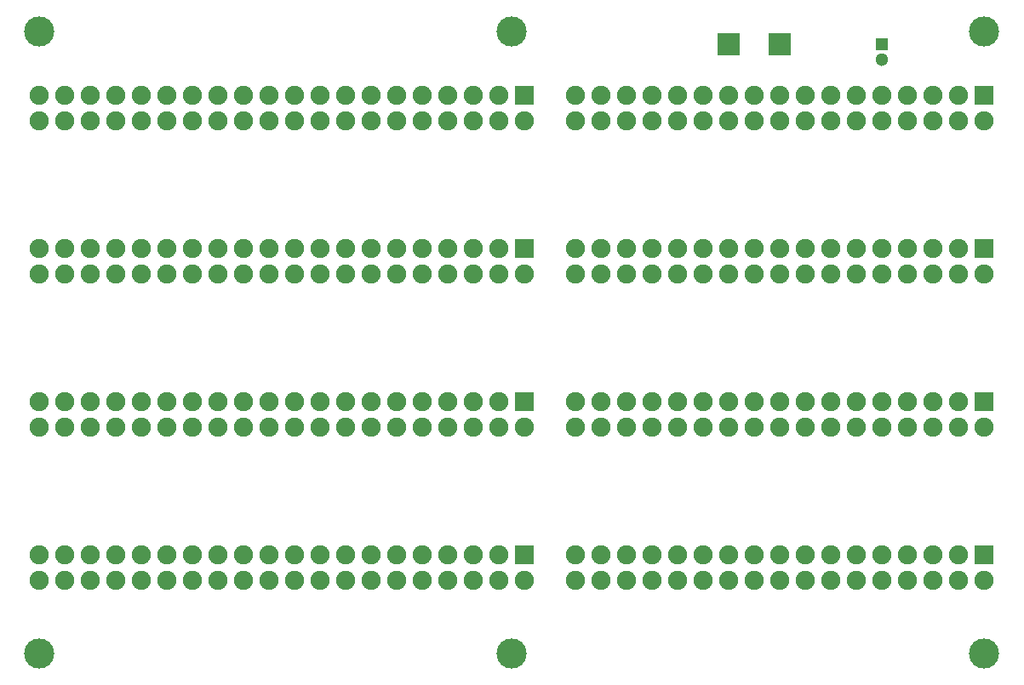
<source format=gbr>
G04 DipTrace 4.3.0.5*
G04 TopMask.gbr*
%MOMM*%
G04 #@! TF.FileFunction,Soldermask,Top*
G04 #@! TF.Part,Single*
%ADD23C,3.0*%
%ADD27C,1.3*%
%ADD29R,1.3X1.3*%
%ADD31R,2.2X2.2*%
%ADD33C,1.9*%
%ADD35R,1.9X1.9*%
%FSLAX35Y35*%
G04*
G71*
G90*
G75*
G01*
G04 TopMask*
%LPD*%
D35*
X127000Y0D3*
D33*
Y-254000D3*
X-127000Y0D3*
Y-254000D3*
X-381000Y0D3*
Y-254000D3*
X-635000Y0D3*
Y-254000D3*
X-889000Y0D3*
Y-254000D3*
X-1143000Y0D3*
Y-254000D3*
X-1397000Y0D3*
Y-254000D3*
X-1651000Y0D3*
Y-254000D3*
X-1905000Y0D3*
Y-254000D3*
X-2159000Y0D3*
Y-254000D3*
X-2413000Y0D3*
Y-254000D3*
X-2667000Y0D3*
Y-254000D3*
X-2921000Y0D3*
Y-254000D3*
X-3175000Y0D3*
Y-254000D3*
X-3429000Y0D3*
Y-254000D3*
X-3683000Y0D3*
Y-254000D3*
X-3937000Y0D3*
Y-254000D3*
X-4191000Y0D3*
Y-254000D3*
X-4445000Y0D3*
Y-254000D3*
X-4699000Y0D3*
Y-254000D3*
D35*
X127000Y-1524000D3*
D33*
Y-1778000D3*
X-127000Y-1524000D3*
Y-1778000D3*
X-381000Y-1524000D3*
Y-1778000D3*
X-635000Y-1524000D3*
Y-1778000D3*
X-889000Y-1524000D3*
Y-1778000D3*
X-1143000Y-1524000D3*
Y-1778000D3*
X-1397000Y-1524000D3*
Y-1778000D3*
X-1651000Y-1524000D3*
Y-1778000D3*
X-1905000Y-1524000D3*
Y-1778000D3*
X-2159000Y-1524000D3*
Y-1778000D3*
X-2413000Y-1524000D3*
Y-1778000D3*
X-2667000Y-1524000D3*
Y-1778000D3*
X-2921000Y-1524000D3*
Y-1778000D3*
X-3175000Y-1524000D3*
Y-1778000D3*
X-3429000Y-1524000D3*
Y-1778000D3*
X-3683000Y-1524000D3*
Y-1778000D3*
X-3937000Y-1524000D3*
Y-1778000D3*
X-4191000Y-1524000D3*
Y-1778000D3*
X-4445000Y-1524000D3*
Y-1778000D3*
X-4699000Y-1524000D3*
Y-1778000D3*
D35*
X4699000Y-1524000D3*
D33*
Y-1778000D3*
X4445000Y-1524000D3*
Y-1778000D3*
X4191000Y-1524000D3*
Y-1778000D3*
X3937000Y-1524000D3*
Y-1778000D3*
X3683000Y-1524000D3*
Y-1778000D3*
X3429000Y-1524000D3*
Y-1778000D3*
X3175000Y-1524000D3*
Y-1778000D3*
X2921000Y-1524000D3*
Y-1778000D3*
X2667000Y-1524000D3*
Y-1778000D3*
X2413000Y-1524000D3*
Y-1778000D3*
X2159000Y-1524000D3*
Y-1778000D3*
X1905000Y-1524000D3*
Y-1778000D3*
X1651000Y-1524000D3*
Y-1778000D3*
X1397000Y-1524000D3*
Y-1778000D3*
X1143000Y-1524000D3*
Y-1778000D3*
X889000Y-1524000D3*
Y-1778000D3*
X635000Y-1524000D3*
Y-1778000D3*
D35*
X4699000Y0D3*
D33*
Y-254000D3*
X4445000Y0D3*
Y-254000D3*
X4191000Y0D3*
Y-254000D3*
X3937000Y0D3*
Y-254000D3*
X3683000Y0D3*
Y-254000D3*
X3429000Y0D3*
Y-254000D3*
X3175000Y0D3*
Y-254000D3*
X2921000Y0D3*
Y-254000D3*
X2667000Y0D3*
Y-254000D3*
X2413000Y0D3*
Y-254000D3*
X2159000Y0D3*
Y-254000D3*
X1905000Y0D3*
Y-254000D3*
X1651000Y0D3*
Y-254000D3*
X1397000Y0D3*
Y-254000D3*
X1143000Y0D3*
Y-254000D3*
X889000Y0D3*
Y-254000D3*
X635000Y0D3*
Y-254000D3*
D35*
X127000Y-3048000D3*
D33*
Y-3302000D3*
X-127000Y-3048000D3*
Y-3302000D3*
X-381000Y-3048000D3*
Y-3302000D3*
X-635000Y-3048000D3*
Y-3302000D3*
X-889000Y-3048000D3*
Y-3302000D3*
X-1143000Y-3048000D3*
Y-3302000D3*
X-1397000Y-3048000D3*
Y-3302000D3*
X-1651000Y-3048000D3*
Y-3302000D3*
X-1905000Y-3048000D3*
Y-3302000D3*
X-2159000Y-3048000D3*
Y-3302000D3*
X-2413000Y-3048000D3*
Y-3302000D3*
X-2667000Y-3048000D3*
Y-3302000D3*
X-2921000Y-3048000D3*
Y-3302000D3*
X-3175000Y-3048000D3*
Y-3302000D3*
X-3429000Y-3048000D3*
Y-3302000D3*
X-3683000Y-3048000D3*
Y-3302000D3*
X-3937000Y-3048000D3*
Y-3302000D3*
X-4191000Y-3048000D3*
Y-3302000D3*
X-4445000Y-3048000D3*
Y-3302000D3*
X-4699000Y-3048000D3*
Y-3302000D3*
D35*
X4699000Y-3048000D3*
D33*
Y-3302000D3*
X4445000Y-3048000D3*
Y-3302000D3*
X4191000Y-3048000D3*
Y-3302000D3*
X3937000Y-3048000D3*
Y-3302000D3*
X3683000Y-3048000D3*
Y-3302000D3*
X3429000Y-3048000D3*
Y-3302000D3*
X3175000Y-3048000D3*
Y-3302000D3*
X2921000Y-3048000D3*
Y-3302000D3*
X2667000Y-3048000D3*
Y-3302000D3*
X2413000Y-3048000D3*
Y-3302000D3*
X2159000Y-3048000D3*
Y-3302000D3*
X1905000Y-3048000D3*
Y-3302000D3*
X1651000Y-3048000D3*
Y-3302000D3*
X1397000Y-3048000D3*
Y-3302000D3*
X1143000Y-3048000D3*
Y-3302000D3*
X889000Y-3048000D3*
Y-3302000D3*
X635000Y-3048000D3*
Y-3302000D3*
D35*
X127000Y-4572000D3*
D33*
Y-4826000D3*
X-127000Y-4572000D3*
Y-4826000D3*
X-381000Y-4572000D3*
Y-4826000D3*
X-635000Y-4572000D3*
Y-4826000D3*
X-889000Y-4572000D3*
Y-4826000D3*
X-1143000Y-4572000D3*
Y-4826000D3*
X-1397000Y-4572000D3*
Y-4826000D3*
X-1651000Y-4572000D3*
Y-4826000D3*
X-1905000Y-4572000D3*
Y-4826000D3*
X-2159000Y-4572000D3*
Y-4826000D3*
X-2413000Y-4572000D3*
Y-4826000D3*
X-2667000Y-4572000D3*
Y-4826000D3*
X-2921000Y-4572000D3*
Y-4826000D3*
X-3175000Y-4572000D3*
Y-4826000D3*
X-3429000Y-4572000D3*
Y-4826000D3*
X-3683000Y-4572000D3*
Y-4826000D3*
X-3937000Y-4572000D3*
Y-4826000D3*
X-4191000Y-4572000D3*
Y-4826000D3*
X-4445000Y-4572000D3*
Y-4826000D3*
X-4699000Y-4572000D3*
Y-4826000D3*
D35*
X4699000Y-4572000D3*
D33*
Y-4826000D3*
X4445000Y-4572000D3*
Y-4826000D3*
X4191000Y-4572000D3*
Y-4826000D3*
X3937000Y-4572000D3*
Y-4826000D3*
X3683000Y-4572000D3*
Y-4826000D3*
X3429000Y-4572000D3*
Y-4826000D3*
X3175000Y-4572000D3*
Y-4826000D3*
X2921000Y-4572000D3*
Y-4826000D3*
X2667000Y-4572000D3*
Y-4826000D3*
X2413000Y-4572000D3*
Y-4826000D3*
X2159000Y-4572000D3*
Y-4826000D3*
X1905000Y-4572000D3*
Y-4826000D3*
X1651000Y-4572000D3*
Y-4826000D3*
X1397000Y-4572000D3*
Y-4826000D3*
X1143000Y-4572000D3*
Y-4826000D3*
X889000Y-4572000D3*
Y-4826000D3*
X635000Y-4572000D3*
Y-4826000D3*
D23*
X4699000Y635000D3*
X0D3*
X-4699000D3*
D31*
X2159000Y508000D3*
X2667000D3*
D29*
X3683000Y503623D3*
D27*
Y353623D3*
D23*
X4699000Y-5556250D3*
X0D3*
X-4699000D3*
M02*

</source>
